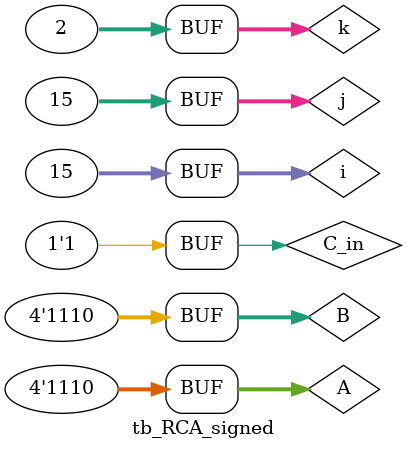
<source format=v>
module tb_RCA_signed();
   parameter n = 4;
   reg signed [n-1:0] A,B;
   reg C_in;
   wire C_out;
   wire signed [n-1:0] SUM;
   integer i,j,k,error;
   
   RCA_signed #(.n(n)) DUT(A,B,C_in,C_out,SUM);

   initial begin
      error = 0;
      for (i = 0; i < 4'b1111; i = i + 1) begin
         for (j = 0; j < 4'b1111; j = j + 1) begin
            for (k = 0; k < 2; k = k + 1) begin
               A = i;
               B = j;
               C_in = k;
               #1;
               if (SUM != A+B) begin
                  error = error + 1;
                  
               end
            end
            
         end
      end
   end

endmodule
</source>
